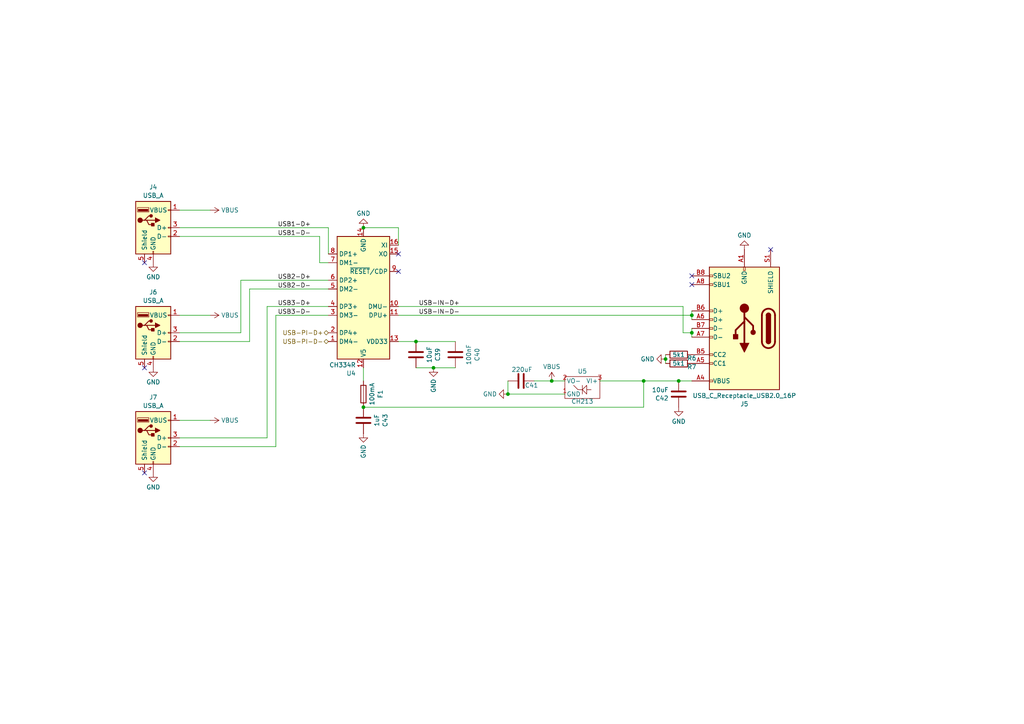
<source format=kicad_sch>
(kicad_sch (version 20231120) (generator "eeschema") (generator_version "8.0")
  (paper "A4")
  (lib_symbols
    (symbol "Connector:USB_A" (pin_names (offset 1.016))
      (property "Reference" "J" (at -5.08 11.43 0))
      (property "Value" "USB_A" (at -5.08 8.89 0))
      (symbol "USB_A_0_1"
        (rectangle (start -5.08 -7.62) (end 5.08 7.62) (stroke (width 0.254)) (fill (type background)))
        (circle (center -3.81 2.159) (radius 0.635) (stroke (width 0.254)) (fill (type outline)))
        (rectangle (start -1.524 4.826) (end -4.318 5.334) (fill (type outline)))
        (rectangle (start -1.27 4.572) (end -4.572 5.842))
        (circle (center -0.635 3.429) (radius 0.381) (stroke (width 0.254)) (fill (type outline)))
        (rectangle (start -0.127 -7.62) (end 0.127 -6.858))
        (polyline (pts (xy -3.175 2.159) (xy -2.54 2.159) (xy -1.27 3.429) (xy -0.635 3.429)) (stroke (width 0.254)))
        (polyline (pts (xy -2.54 2.159) (xy -1.905 2.159) (xy -1.27 0.889) (xy 0 0.889)) (stroke (width 0.254)))
        (polyline (pts (xy 0.635 2.794) (xy 0.635 1.524) (xy 1.905 2.159) (xy 0.635 2.794)) (stroke (width 0.254)) (fill (type outline)))
        (rectangle (start 0.254 1.27) (end -0.508 0.508) (stroke (width 0.254)) (fill (type outline)))
        (rectangle (start 5.08 -2.667) (end 4.318 -2.413))
        (rectangle (start 5.08 -0.127) (end 4.318 0.127))
        (rectangle (start 5.08 4.953) (end 4.318 5.207))
      )
      (symbol "USB_A_1_1"
        (polyline (pts (xy -1.905 2.159) (xy 0.635 2.159)) (stroke (width 0.254)))
        (pin power_in line (at 7.62 5.08 180) (length 2.54) (name "VBUS") (number "1"))
        (pin bidirectional line (at 7.62 -2.54 180) (length 2.54) (name "D-") (number "2"))
        (pin bidirectional line (at 7.62 0 180) (length 2.54) (name "D+") (number "3"))
        (pin power_in line (at 0 -10.16 90) (length 2.54) (name "GND") (number "4"))
        (pin passive line (at -2.54 -10.16 90) (length 2.54) (name "Shield") (number "5"))
      )
    )
    (symbol "Connector:USB_C_Receptacle_USB2.0_16P" (pin_names (offset 1.016))
      (property "Reference" "J" (at 0 22.225 0))
      (property "Value" "USB_C_Receptacle_USB2.0_16P" (at 0 19.685 0))
      (symbol "USB_C_Receptacle_USB2.0_16P_0_0"
        (rectangle (start -0.254 -17.78) (end 0.254 -16.764))
        (rectangle (start 10.16 -14.986) (end 9.144 -15.494))
        (rectangle (start 10.16 -12.446) (end 9.144 -12.954))
        (rectangle (start 10.16 -4.826) (end 9.144 -5.334))
        (rectangle (start 10.16 -2.286) (end 9.144 -2.794))
        (rectangle (start 10.16 0.254) (end 9.144 -0.254))
        (rectangle (start 10.16 2.794) (end 9.144 2.286))
        (rectangle (start 10.16 7.874) (end 9.144 7.366))
        (rectangle (start 10.16 10.414) (end 9.144 9.906))
        (rectangle (start 10.16 15.494) (end 9.144 14.986))
      )
      (symbol "USB_C_Receptacle_USB2.0_16P_0_1"
        (rectangle (start -10.16 17.78) (end 10.16 -17.78) (stroke (width 0.254)) (fill (type background)))
        (arc (start -8.89 -3.81) (mid -6.985 -5.7067) (end -5.08 -3.81) (stroke (width 0.508)))
        (arc (start -7.62 -3.81) (mid -6.985 -4.4423) (end -6.35 -3.81) (stroke (width 0.254)))
        (arc (start -7.62 -3.81) (mid -6.985 -4.4423) (end -6.35 -3.81) (stroke (width 0.254)) (fill (type outline)))
        (rectangle (start -7.62 -3.81) (end -6.35 3.81) (stroke (width 0.254)) (fill (type outline)))
        (arc (start -6.35 3.81) (mid -6.985 4.4423) (end -7.62 3.81) (stroke (width 0.254)))
        (arc (start -6.35 3.81) (mid -6.985 4.4423) (end -7.62 3.81) (stroke (width 0.254)) (fill (type outline)))
        (arc (start -5.08 3.81) (mid -6.985 5.7067) (end -8.89 3.81) (stroke (width 0.508)))
        (circle (center -2.54 1.143) (radius 0.635) (stroke (width 0.254)) (fill (type outline)))
        (circle (center 0 -5.842) (radius 1.27) (fill (type outline)))
        (polyline (pts (xy -8.89 -3.81) (xy -8.89 3.81)) (stroke (width 0.508)))
        (polyline (pts (xy -5.08 3.81) (xy -5.08 -3.81)) (stroke (width 0.508)))
        (polyline (pts (xy 0 -5.842) (xy 0 4.318)) (stroke (width 0.508)))
        (polyline (pts (xy 0 -3.302) (xy -2.54 -0.762) (xy -2.54 0.508)) (stroke (width 0.508)))
        (polyline (pts (xy 0 -2.032) (xy 2.54 0.508) (xy 2.54 1.778)) (stroke (width 0.508)))
        (polyline (pts (xy -1.27 4.318) (xy 0 6.858) (xy 1.27 4.318) (xy -1.27 4.318)) (stroke (width 0.254)) (fill (type outline)))
        (rectangle (start 1.905 1.778) (end 3.175 3.048) (stroke (width 0.254)) (fill (type outline)))
      )
      (symbol "USB_C_Receptacle_USB2.0_16P_1_1"
        (pin passive line (at 0 -22.86 90) (length 5.08) (name "GND") (number "A1"))
        (pin passive line (at 0 -22.86 90) (length 5.08) hide (name "GND") (number "A12"))
        (pin passive line (at 15.24 15.24 180) (length 5.08) (name "VBUS") (number "A4"))
        (pin bidirectional line (at 15.24 10.16 180) (length 5.08) (name "CC1") (number "A5"))
        (pin bidirectional line (at 15.24 -2.54 180) (length 5.08) (name "D+") (number "A6"))
        (pin bidirectional line (at 15.24 2.54 180) (length 5.08) (name "D-") (number "A7"))
        (pin bidirectional line (at 15.24 -12.7 180) (length 5.08) (name "SBU1") (number "A8"))
        (pin passive line (at 15.24 15.24 180) (length 5.08) hide (name "VBUS") (number "A9"))
        (pin passive line (at 0 -22.86 90) (length 5.08) hide (name "GND") (number "B1"))
        (pin passive line (at 0 -22.86 90) (length 5.08) hide (name "GND") (number "B12"))
        (pin passive line (at 15.24 15.24 180) (length 5.08) hide (name "VBUS") (number "B4"))
        (pin bidirectional line (at 15.24 7.62 180) (length 5.08) (name "CC2") (number "B5"))
        (pin bidirectional line (at 15.24 -5.08 180) (length 5.08) (name "D+") (number "B6"))
        (pin bidirectional line (at 15.24 0 180) (length 5.08) (name "D-") (number "B7"))
        (pin bidirectional line (at 15.24 -15.24 180) (length 5.08) (name "SBU2") (number "B8"))
        (pin passive line (at 15.24 15.24 180) (length 5.08) hide (name "VBUS") (number "B9"))
        (pin passive line (at -7.62 -22.86 90) (length 5.08) (name "SHIELD") (number "S1"))
      )
    )
    (symbol "DecentUSB_Library:CH213K"
      (property "Reference" "U" (at 0 3.81 0))
      (symbol "CH213K_0_1"
        (rectangle (start -5.08 2.54) (end 5.08 -3.81))
        (polyline (pts (xy 0 0) (xy 0 -2.54)))
        (polyline (pts (xy 0 -1.27) (xy -1.27 -1.27) (xy -2.54 0)))
        (polyline (pts (xy 2.54 -1.27) (xy 1.27 -1.27) (xy 1.27 0) (xy 0 -1.27) (xy 1.27 -2.54) (xy 1.27 -1.27)))
      )
      (symbol "CH213K_1_1"
        (pin passive line (at -5.08 -2.54 0) (length 0) (name "GND") (number "1"))
        (pin output line (at -5.08 1.27 0) (length 0) (name "VO-") (number "2"))
        (pin input line (at 5.08 1.27 180) (length 0) (name "VI+") (number "3"))
      )
    )
    (symbol "Device:C" (pin_numbers hide) (pin_names (offset 0.254))
      (property "Reference" "C" (at 0.635 2.54 0))
      (property "Value" "C" (at 0.635 -2.54 0))
      (symbol "C_0_1"
        (polyline (pts (xy -2.032 -0.762) (xy 2.032 -0.762)) (stroke (width 0.508)))
        (polyline (pts (xy -2.032 0.762) (xy 2.032 0.762)) (stroke (width 0.508)))
      )
      (symbol "C_1_1"
        (pin passive line (at 0 3.81 270) (length 2.794) (name "~") (number "1"))
        (pin passive line (at 0 -3.81 90) (length 2.794) (name "~") (number "2"))
      )
    )
    (symbol "Device:Fuse" (pin_numbers hide) (pin_names (offset 0))
      (property "Reference" "F" (at 2.032 0 90))
      (property "Value" "Fuse" (at -1.905 0 90))
      (symbol "Fuse_0_1"
        (rectangle (start -0.762 -2.54) (end 0.762 2.54) (stroke (width 0.254)))
        (polyline (pts (xy 0 2.54) (xy 0 -2.54)))
      )
      (symbol "Fuse_1_1"
        (pin passive line (at 0 3.81 270) (length 1.27) (name "~") (number "1"))
        (pin passive line (at 0 -3.81 90) (length 1.27) (name "~") (number "2"))
      )
    )
    (symbol "Device:R" (pin_numbers hide) (pin_names (offset 0))
      (property "Reference" "R" (at 2.032 0 90))
      (property "Value" "R" (at 0 0 90))
      (symbol "R_0_1"
        (rectangle (start -1.016 -2.54) (end 1.016 2.54) (stroke (width 0.254)))
      )
      (symbol "R_1_1"
        (pin passive line (at 0 3.81 270) (length 1.27) (name "~") (number "1"))
        (pin passive line (at 0 -3.81 90) (length 1.27) (name "~") (number "2"))
      )
    )
    (symbol "Interface_USB:CH334R"
      (property "Reference" "U" (at -7.62 20.32 0))
      (property "Value" "CH334R" (at 2.54 20.32 0))
      (symbol "CH334R_0_1"
        (rectangle (start -7.62 17.78) (end 7.62 -17.78) (stroke (width 0.254)) (fill (type background)))
      )
      (symbol "CH334R_1_1"
        (pin bidirectional line (at 10.16 12.7 180) (length 2.54) (name "DM4-") (number "1"))
        (pin bidirectional line (at -10.16 2.54 0) (length 2.54) (name "DMU-") (number "10"))
        (pin bidirectional line (at -10.16 5.08 0) (length 2.54) (name "DPU+") (number "11"))
        (pin power_in line (at 0 20.32 270) (length 2.54) (name "V5") (number "12"))
        (pin passive line (at -10.16 12.7 0) (length 2.54) (name "VDD33") (number "13"))
        (pin power_in line (at 0 -20.32 90) (length 2.54) (name "GND") (number "14"))
        (pin passive line (at -10.16 -12.7 0) (length 2.54) (name "XO") (number "15"))
        (pin passive line (at -10.16 -15.24 0) (length 2.54) (name "XI") (number "16"))
        (pin bidirectional line (at 10.16 10.16 180) (length 2.54) (name "DP4+") (number "2"))
        (pin bidirectional line (at 10.16 5.08 180) (length 2.54) (name "DM3-") (number "3"))
        (pin bidirectional line (at 10.16 2.54 180) (length 2.54) (name "DP3+") (number "4"))
        (pin bidirectional line (at 10.16 -2.54 180) (length 2.54) (name "DM2-") (number "5"))
        (pin bidirectional line (at 10.16 -5.08 180) (length 2.54) (name "DP2+") (number "6"))
        (pin bidirectional line (at 10.16 -10.16 180) (length 2.54) (name "DM1-") (number "7"))
        (pin bidirectional line (at 10.16 -12.7 180) (length 2.54) (name "DP1+") (number "8"))
        (pin input line (at -10.16 -7.62 0) (length 2.54) (name "~{RESET}/CDP") (number "9"))
      )
    )
    (symbol "power:GND" (power) (pin_numbers hide) (pin_names (offset 0) hide)
      (property "Value" "GND" (at 0 -3.81 0))
      (symbol "GND_0_1"
        (polyline (pts (xy 0 0) (xy 0 -1.27) (xy 1.27 -1.27) (xy 0 -2.54) (xy -1.27 -1.27) (xy 0 -1.27)))
      )
      (symbol "GND_1_1"
        (pin power_in line (at 0 0 270) (length 0) (name "~") (number "1"))
      )
    )
    (symbol "power:VBUS" (power) (pin_numbers hide) (pin_names (offset 0) hide)
      (property "Value" "VBUS" (at 0 3.556 0))
      (symbol "VBUS_0_1"
        (polyline (pts (xy -0.762 1.27) (xy 0 2.54)))
        (polyline (pts (xy 0 0) (xy 0 2.54)))
        (polyline (pts (xy 0 2.54) (xy 0.762 1.27)))
      )
      (symbol "VBUS_1_1"
        (pin power_in line (at 0 0 90) (length 0) (name "~") (number "1"))
      )
    )
  )
  (junction (at 193.04 104.14))
  (junction (at 160.02 110.49))
  (junction (at 186.69 110.49))
  (junction (at 105.41 66.04))
  (junction (at 120.65 99.06))
  (junction (at 105.41 118.11))
  (junction (at 200.66 96.52))
  (junction (at 200.66 91.44))
  (junction (at 196.85 110.49))
  (junction (at 147.32 114.3))
  (junction (at 125.73 106.68))
  (no_connect (at 223.52 72.39))
  (no_connect (at 200.66 80.01))
  (no_connect (at 115.57 78.74))
  (no_connect (at 41.91 106.68))
  (no_connect (at 200.66 82.55))
  (no_connect (at 41.91 137.16))
  (no_connect (at 41.91 76.2))
  (no_connect (at 115.57 73.66))
  (wire (pts (xy 147.32 114.3) (xy 147.32 110.49)))
  (wire (pts (xy 115.57 99.06) (xy 120.65 99.06)))
  (wire (pts (xy 115.57 91.44) (xy 200.66 91.44)))
  (wire (pts (xy 200.66 92.71) (xy 200.66 91.44)))
  (wire (pts (xy 125.73 106.68) (xy 132.08 106.68)))
  (wire (pts (xy 173.99 110.49) (xy 186.69 110.49)))
  (wire (pts (xy 193.04 104.14) (xy 193.04 102.87)))
  (wire (pts (xy 200.66 91.44) (xy 200.66 90.17)))
  (wire (pts (xy 115.57 66.04) (xy 105.41 66.04)))
  (wire (pts (xy 77.47 127) (xy 52.07 127)))
  (wire (pts (xy 160.02 110.49) (xy 154.94 110.49)))
  (wire (pts (xy 69.85 96.52) (xy 52.07 96.52)))
  (wire (pts (xy 160.02 110.49) (xy 163.83 110.49)))
  (wire (pts (xy 95.25 88.9) (xy 77.47 88.9)))
  (wire (pts (xy 80.01 129.54) (xy 52.07 129.54)))
  (wire (pts (xy 193.04 105.41) (xy 193.04 104.14)))
  (wire (pts (xy 80.01 91.44) (xy 80.01 129.54)))
  (wire (pts (xy 200.66 97.79) (xy 200.66 96.52)))
  (wire (pts (xy 198.12 96.52) (xy 200.66 96.52)))
  (wire (pts (xy 120.65 99.06) (xy 132.08 99.06)))
  (wire (pts (xy 92.71 76.2) (xy 92.71 68.58)))
  (wire (pts (xy 72.39 83.82) (xy 72.39 99.06)))
  (wire (pts (xy 196.85 110.49) (xy 186.69 110.49)))
  (wire (pts (xy 105.41 118.11) (xy 186.69 118.11)))
  (wire (pts (xy 95.25 91.44) (xy 80.01 91.44)))
  (wire (pts (xy 92.71 76.2) (xy 95.25 76.2)))
  (wire (pts (xy 52.07 66.04) (xy 95.25 66.04)))
  (wire (pts (xy 115.57 71.12) (xy 115.57 66.04)))
  (wire (pts (xy 92.71 68.58) (xy 52.07 68.58)))
  (wire (pts (xy 95.25 83.82) (xy 72.39 83.82)))
  (wire (pts (xy 95.25 66.04) (xy 95.25 73.66)))
  (wire (pts (xy 200.66 110.49) (xy 196.85 110.49)))
  (wire (pts (xy 198.12 88.9) (xy 198.12 96.52)))
  (wire (pts (xy 52.07 121.92) (xy 60.96 121.92)))
  (wire (pts (xy 105.41 106.68) (xy 105.41 110.49)))
  (wire (pts (xy 52.07 91.44) (xy 60.96 91.44)))
  (wire (pts (xy 69.85 96.52) (xy 69.85 81.28)))
  (wire (pts (xy 72.39 99.06) (xy 52.07 99.06)))
  (wire (pts (xy 52.07 60.96) (xy 60.96 60.96)))
  (wire (pts (xy 77.47 88.9) (xy 77.47 127)))
  (wire (pts (xy 147.32 114.3) (xy 163.83 114.3)))
  (wire (pts (xy 186.69 118.11) (xy 186.69 110.49)))
  (wire (pts (xy 200.66 96.52) (xy 200.66 95.25)))
  (wire (pts (xy 120.65 106.68) (xy 125.73 106.68)))
  (wire (pts (xy 115.57 88.9) (xy 198.12 88.9)))
  (wire (pts (xy 69.85 81.28) (xy 95.25 81.28)))
  (label "USB1-D-" (at 90.17 68.58 180))
  (label "USB2-D-" (at 90.17 83.82 180))
  (label "USB1-D+" (at 90.17 66.04 180))
  (label "USB3-D+" (at 90.17 88.9 180))
  (label "USB2-D+" (at 90.17 81.28 180))
  (label "USB-IN-D+" (at 133.35 88.9 180))
  (label "USB3-D-" (at 90.17 91.44 180))
  (label "USB-IN-D-" (at 133.35 91.44 180))
  (hierarchical_label "USB-PI-D+" (shape bidirectional) (at 95.25 96.52 180))
  (hierarchical_label "USB-PI-D-" (shape bidirectional) (at 95.25 99.06 180))
  (symbol (lib_id "power:GND") (at 215.9 72.39 180) (unit 1)
    (property "Reference" "#PWR038" (effects (hide yes)))
    (property "Value" "GND" (at 215.9 68.2569 0))
    (property "Description" "Power symbol creates a global label with name \"GND\" , ground" (effects (hide yes)))
  )
  (symbol (lib_id "Device:R") (at 196.85 105.41 270) (unit 1)
    (property "Reference" "R7" (at 200.66 106.426 90))
    (property "Value" "5k1" (at 196.85 105.41 90))
    (property "Footprint" "Resistor_SMD:R_0603_1608Metric" (effects (hide yes)))
    (property "Description" "Resistor" (effects (hide yes)))
    (property "JLCPCB Part #" "C186203" (effects (hide yes)))
  )
  (symbol (lib_id "power:GND") (at 105.41 66.04 180) (unit 1)
    (property "Reference" "#PWR037" (effects (hide yes)))
    (property "Value" "GND" (at 105.41 61.9069 0))
    (property "Description" "Power symbol creates a global label with name \"GND\" , ground" (effects (hide yes)))
  )
  (symbol (lib_id "power:GND") (at 44.45 106.68 0) (unit 1)
    (property "Reference" "#PWR042" (effects (hide yes)))
    (property "Value" "GND" (at 44.45 110.8131 0))
    (property "Description" "Power symbol creates a global label with name \"GND\" , ground" (effects (hide yes)))
  )
  (symbol (lib_id "Device:C") (at 132.08 102.87 0) (unit 1)
    (property "Reference" "C40" (at 138.3835 102.87 90))
    (property "Value" "100nF" (at 135.9592 102.87 90))
    (property "Footprint" "DecenTKL:C_0603_1608Metric" (effects (hide yes)))
    (property "Description" "Unpolarized capacitor" (effects (hide yes)))
    (property "JLCPCB Part #" "C14663" (effects (hide yes)))
  )
  (symbol (lib_id "Connector:USB_C_Receptacle_USB2.0_16P") (at 215.9 95.25 180) (unit 1)
    (property "Reference" "J5" (at 215.9 117.1745 0))
    (property "Value" "USB_C_Receptacle_USB2.0_16P" (at 215.9 114.7502 0))
    (property "Footprint" "Connector_USB:USB_C_Receptacle_HRO_TYPE-C-31-M-12" (effects (hide yes)))
    (property "Datasheet" "https://www.usb.org/sites/default/files/documents/usb_type-c.zip" (effects (hide yes)))
    (property "Description" "USB 2.0-only 16P Type-C Receptacle connector" (effects (hide yes)))
    (property "JLCPCB Part #" "C2988369" (effects (hide yes)))
  )
  (symbol (lib_id "Device:C") (at 151.13 110.49 270) (unit 1)
    (property "Reference" "C41" (at 154.178 111.76 90))
    (property "Value" "220uF" (at 151.384 107.188 90))
    (property "Footprint" "Capacitor_SMD:CP_Elec_10x10.5" (effects (hide yes)))
    (property "Description" "Unpolarized capacitor" (effects (hide yes)))
    (property "JLCPCB Part #" "C72499" (effects (hide yes)))
  )
  (symbol (lib_id "Device:C") (at 196.85 114.3 180) (unit 1)
    (property "Reference" "C42" (at 193.929 115.5122 0) (effects (justify left)))
    (property "Value" "10uF" (at 193.929 113.0879 0) (effects (justify left)))
    (property "Footprint" "DecenTKL:C_0603_1608Metric" (effects (hide yes)))
    (property "Description" "Unpolarized capacitor" (effects (hide yes)))
    (property "JLCPCB Part #" "C19702" (effects (hide yes)))
  )
  (symbol (lib_id "power:GND") (at 147.32 114.3 270) (unit 1)
    (property "Reference" "#PWR045" (effects (hide yes)))
    (property "Value" "GND" (at 144.145 114.3 90) (effects (justify right)))
    (property "Description" "Power symbol creates a global label with name \"GND\" , ground" (effects (hide yes)))
  )
  (symbol (lib_id "power:VBUS") (at 160.02 110.49 0) (unit 1)
    (property "Reference" "#PWR044" (effects (hide yes)))
    (property "Value" "VBUS" (at 160.02 106.3569 0))
    (property "Description" "Power symbol creates a global label with name \"VBUS\"" (effects (hide yes)))
  )
  (symbol (lib_id "Connector:USB_A") (at 44.45 96.52 0) (unit 1)
    (property "Reference" "J6" (at 44.45 84.7555 0))
    (property "Value" "USB_A" (at 44.45 87.1798 0))
    (property "Footprint" "Connector_USB:USB_A_Receptacle_GCT_USB1046" (effects (hide yes)))
    (property "Description" "USB Type A connector" (effects (hide yes)))
  )
  (symbol (lib_id "power:GND") (at 44.45 137.16 0) (unit 1)
    (property "Reference" "#PWR049" (effects (hide yes)))
    (property "Value" "GND" (at 44.45 141.2931 0))
    (property "Description" "Power symbol creates a global label with name \"GND\" , ground" (effects (hide yes)))
  )
  (symbol (lib_id "power:VBUS") (at 60.96 121.92 270) (unit 1)
    (property "Reference" "#PWR047" (effects (hide yes)))
    (property "Value" "VBUS" (at 64.135 121.92 90) (effects (justify left)))
    (property "Description" "Power symbol creates a global label with name \"VBUS\"" (effects (hide yes)))
  )
  (symbol (lib_id "power:GND") (at 196.85 118.11 0) (unit 1)
    (property "Reference" "#PWR046" (effects (hide yes)))
    (property "Value" "GND" (at 196.85 122.2431 0))
    (property "Description" "Power symbol creates a global label with name \"GND\" , ground" (effects (hide yes)))
  )
  (symbol (lib_id "Device:Fuse") (at 105.41 114.3 0) (unit 1)
    (property "Reference" "F1" (at 110.3165 114.3 90))
    (property "Value" "100mA" (at 107.8922 114.3 90))
    (property "Footprint" "Fuse:Fuse_1206_3216Metric" (effects (hide yes)))
    (property "Description" "Fuse" (effects (hide yes)))
    (property "JLCPCB Part #" "C269108" (effects (hide yes)))
  )
  (symbol (lib_id "Device:C") (at 120.65 102.87 0) (unit 1)
    (property "Reference" "C39" (at 126.9535 102.87 90))
    (property "Value" "10uF" (at 124.5292 102.87 90))
    (property "Footprint" "DecenTKL:C_0603_1608Metric" (effects (hide yes)))
    (property "Description" "Unpolarized capacitor" (effects (hide yes)))
    (property "JLCPCB Part #" "C19702" (effects (hide yes)))
  )
  (symbol (lib_id "power:GND") (at 105.41 125.73 0) (unit 1)
    (property "Reference" "#PWR048" (effects (hide yes)))
    (property "Value" "GND" (at 105.41 128.905 90) (effects (justify right)))
    (property "Description" "Power symbol creates a global label with name \"GND\" , ground" (effects (hide yes)))
  )
  (symbol (lib_id "Connector:USB_A") (at 44.45 127 0) (unit 1)
    (property "Reference" "J7" (at 44.45 115.2355 0))
    (property "Value" "USB_A" (at 44.45 117.6598 0))
    (property "Footprint" "Connector_USB:USB_A_Receptacle_GCT_USB1046" (effects (hide yes)))
    (property "Description" "USB Type A connector" (effects (hide yes)))
  )
  (symbol (lib_id "Interface_USB:CH334R") (at 105.41 86.36 180) (unit 1)
    (property "Reference" "U4" (at 103.2159 108.2845 0) (effects (justify left)))
    (property "Value" "CH334R" (at 103.2159 105.8602 0) (effects (justify left)))
    (property "Footprint" "Package_SO:QSOP-16_3.9x4.9mm_P0.635mm" (effects (hide yes)))
    (property "Datasheet" "https://www.wch-ic.com/downloads/file/327.html" (effects (hide yes)))
    (property "Description" "USB HUB controller, UART, QSOP-16" (effects (hide yes)))
    (property "JLCPCB Part #" "C4154405" (effects (hide yes)))
  )
  (symbol (lib_id "power:VBUS") (at 60.96 60.96 270) (unit 1)
    (property "Reference" "#PWR036" (effects (hide yes)))
    (property "Value" "VBUS" (at 64.135 60.96 90) (effects (justify left)))
    (property "Description" "Power symbol creates a global label with name \"VBUS\"" (effects (hide yes)))
  )
  (symbol (lib_id "power:VBUS") (at 60.96 91.44 270) (unit 1)
    (property "Reference" "#PWR040" (effects (hide yes)))
    (property "Value" "VBUS" (at 64.135 91.44 90) (effects (justify left)))
    (property "Description" "Power symbol creates a global label with name \"VBUS\"" (effects (hide yes)))
  )
  (symbol (lib_id "power:GND") (at 193.04 104.14 270) (unit 1)
    (property "Reference" "#PWR041" (effects (hide yes)))
    (property "Value" "GND" (at 189.865 104.14 90) (effects (justify right)))
    (property "Description" "Power symbol creates a global label with name \"GND\" , ground" (effects (hide yes)))
  )
  (symbol (lib_id "power:GND") (at 44.45 76.2 0) (unit 1)
    (property "Reference" "#PWR039" (effects (hide yes)))
    (property "Value" "GND" (at 44.45 80.3331 0))
    (property "Description" "Power symbol creates a global label with name \"GND\" , ground" (effects (hide yes)))
  )
  (symbol (lib_id "Device:C") (at 105.41 121.92 0) (unit 1)
    (property "Reference" "C43" (at 111.7135 121.92 90))
    (property "Value" "1uF" (at 109.2892 121.92 90))
    (property "Footprint" "DecenTKL:C_0603_1608Metric" (effects (hide yes)))
    (property "Description" "Unpolarized capacitor" (effects (hide yes)))
    (property "JLCPCB Part #" "C15849" (effects (hide yes)))
  )
  (symbol (lib_id "Device:R") (at 196.85 102.87 270) (unit 1)
    (property "Reference" "R6" (at 200.66 103.886 90))
    (property "Value" "5k1" (at 196.85 102.87 90))
    (property "Footprint" "Resistor_SMD:R_0603_1608Metric" (effects (hide yes)))
    (property "Description" "Resistor" (effects (hide yes)))
    (property "JLCPCB Part #" "C186203" (effects (hide yes)))
  )
  (symbol (lib_id "power:GND") (at 125.73 106.68 0) (unit 1)
    (property "Reference" "#PWR043" (effects (hide yes)))
    (property "Value" "GND" (at 125.73 109.855 90) (effects (justify right)))
    (property "Description" "Power symbol creates a global label with name \"GND\" , ground" (effects (hide yes)))
  )
  (symbol (lib_id "Connector:USB_A") (at 44.45 66.04 0) (unit 1)
    (property "Reference" "J4" (at 44.45 54.2755 0))
    (property "Value" "USB_A" (at 44.45 56.6998 0))
    (property "Footprint" "Connector_USB:USB_A_Receptacle_GCT_USB1046" (effects (hide yes)))
    (property "Description" "USB Type A connector" (effects (hide yes)))
  )
  (symbol (lib_id "DecentUSB_Library:CH213K") (at 168.91 111.76 0) (unit 1)
    (property "Reference" "U5" (at 168.91 107.696 0))
    (property "Value" "CH213" (at 168.91 116.4201 0))
    (property "Footprint" "Package_TO_SOT_SMD:TSOT-23" (effects (hide yes)))
  )
)
</source>
